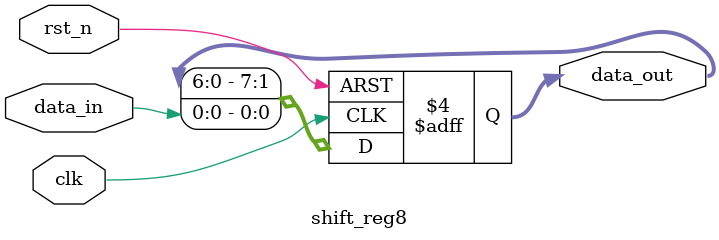
<source format=v>
module spi_peripheral (
    input wire COPI,
    input wire SCLK,
    input wire nCS,
    input clk,
    input rst_n,
    output reg [7:0] en_reg_out_7_0,
    output reg [7:0] en_reg_out_15_8,
    output reg [7:0] en_reg_pwm_7_0,
    output reg [7:0] en_reg_pwm_15_8,
    output reg [7:0] pwm_duty_cycle
);

wire sync_COPI, sync_SCLK, sync_nCS, nCS_rise, nCS_fall, _unused;
reg [7:0] packet;

sync_chain stable_COPI( //synch chain to stabilize COPI input
    .clk(clk), 
    .async_in(COPI), 
    .sync_out(sync_COPI),
    .rst_n(rst_n),
    .edge_rise(_unused),
    .edge_fall(_unused)
);

sync_chain stable_SCLK( //synch chain to stabilize SCLK input 
    .clk(clk),
    .async_in(SCLK),
    .sync_out(_unused),
    .rst_n(rst_n),
    .edge_rise(sync_SCLK),
    .edge_fall(_unused)
);

sync_chain stable_nCS( //synch chain to stabilize nCS input
    .clk(clk),
    .async_in(nCS),
    .sync_out(sync_nCS),
    .rst_n(rst_n),
    .edge_rise(nCS_rise),
    .edge_fall(nCS_fall)
);

shift_reg8 input_buffer(
    .clk(sync_SCLK),
    .data_in(sync_COPI),
    .rst_n(rst_n & sync_nCS),
    .data_out(packet)
);

reg transaction_ready, transaction_processed;
integer clk_count, transaction_count;
wire address_decoded = packet[7] & ~|packet[6:4] & (packet[3:0] < 5);
reg [3:0] address;
reg [7:0] data;

//process SPI protocol in clk domain 
always @(posedge clk or negedge rst_n) begin
    if(!rst_n) begin //reset peripheral

        transaction_ready <= 1'b0;

    end else if (sync_nCS == 1'b0) begin //nCS is low so start counting clock cycles.
        
        if(nCS_fall) clk_count = 0;
        if(sync_SCLK) clk_count = clk_count + 1;

    end else begin //nCS high so transfer should be complete
       
        if (nCS_rise && (clk_count == 8)) begin //if correct number of clock cycles has elapsed.
            
            if(transaction_count == 1) begin // if address has already been read
                transaction_count = transaction_count + 1;
                data <= packet;
            end else if(address_decoded) begin 
                transaction_count = 1;
                address <= packet[3:0];
            end


            if(transaction_count == 2) transaction_ready <= 1'b1; //both data and address properly read.

        end else if (transaction_processed) begin

            transaction_ready <= 1'b0; //clear ready flag

        end

    end
end


always @(posedge clk or negedge rst_n) begin
    if (!rst_n) begin //reset device

        transaction_processed <= 1'b0;

    end else if (transaction_ready && !transaction_processed) begin //process SPI packet
        
        case(address)
            4'd0: en_reg_out_7_0 <= data; 
            4'd1: en_reg_out_15_8 <= data;
            4'd2: en_reg_pwm_7_0 <= data;
            4'd3: en_reg_pwm_15_8 <= data;
            4'd4: pwm_duty_cycle <= data;
        endcase
        transaction_count = 0;

    end else if (!transaction_ready && transaction_processed) begin 
        
        transaction_count = 0;
        transaction_processed <= 1'b0; // clear processed flag when read is cleared

    end
end

endmodule

module sync_chain #(
    parameter STAGES = 3 //MUST BE >= 3
) (
    input wire clk,
    input wire async_in,
    input wire rst_n,
    output wire sync_out,
    output wire edge_rise,
    output wire edge_fall
);

reg [STAGES-1:0] sync_ff;

integer i;

always @(posedge clk or negedge rst_n) begin
    if (~rst_n) sync_ff <= {STAGES{1'b0}};
    else begin
        sync_ff[0] <= async_in;
        for (i = 1; i < STAGES; i = i + 1) begin
            sync_ff[i] <= sync_chain[i-1];
        end 
    end
end 

assign sync_out = sync_ff[STAGES-1];
assign edge_rise = sync_ff[STAGES-1] & ~sync_ff[STAGES-2];
assign edge_fall = ~sync_ff[STAGES-1] & sync_ff[STAGES-2];

endmodule

module shift_reg8 (
    input wire data_in,
    input wire clk,
    input wire rst_n,
    output reg [7:0] data_out
);

reg [7:0] parallel_ff;
integer i;

always @(posedge clk or negedge rst_n) begin
    if (~rst_n) data_out <= 8'b0;
    else data_out <= {data_out[6:0], data_in};
end

endmodule
</source>
